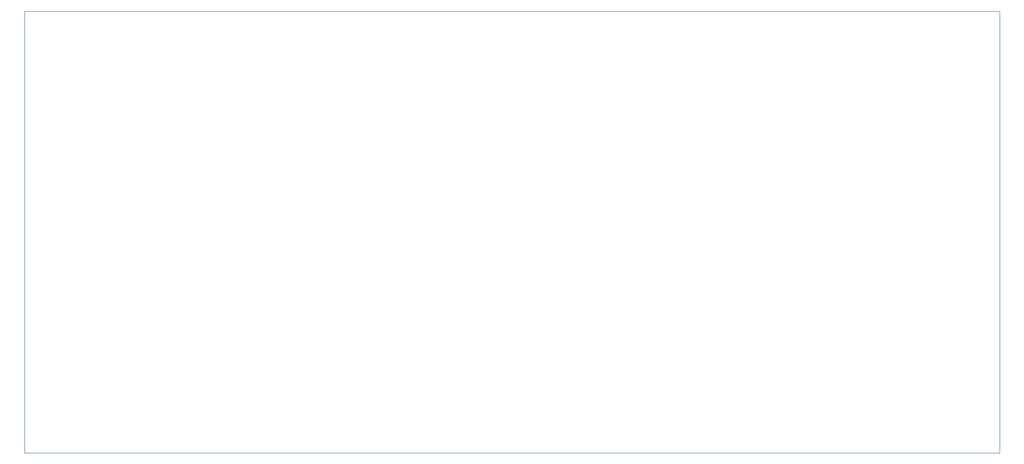
<source format=gbr>
%TF.GenerationSoftware,KiCad,Pcbnew,(5.1.8)-1*%
%TF.CreationDate,2023-02-14T21:38:17+03:00*%
%TF.ProjectId,MUX8x1-v3,4d555838-7831-42d7-9633-2e6b69636164,rev?*%
%TF.SameCoordinates,Original*%
%TF.FileFunction,Profile,NP*%
%FSLAX46Y46*%
G04 Gerber Fmt 4.6, Leading zero omitted, Abs format (unit mm)*
G04 Created by KiCad (PCBNEW (5.1.8)-1) date 2023-02-14 21:38:17*
%MOMM*%
%LPD*%
G01*
G04 APERTURE LIST*
%TA.AperFunction,Profile*%
%ADD10C,0.050000*%
%TD*%
G04 APERTURE END LIST*
D10*
X186690000Y-31750000D02*
X186690000Y-105410000D01*
X24130000Y-105410000D02*
X24130000Y-31750000D01*
X186690000Y-105410000D02*
X24130000Y-105410000D01*
X24130000Y-31750000D02*
X186690000Y-31750000D01*
M02*

</source>
